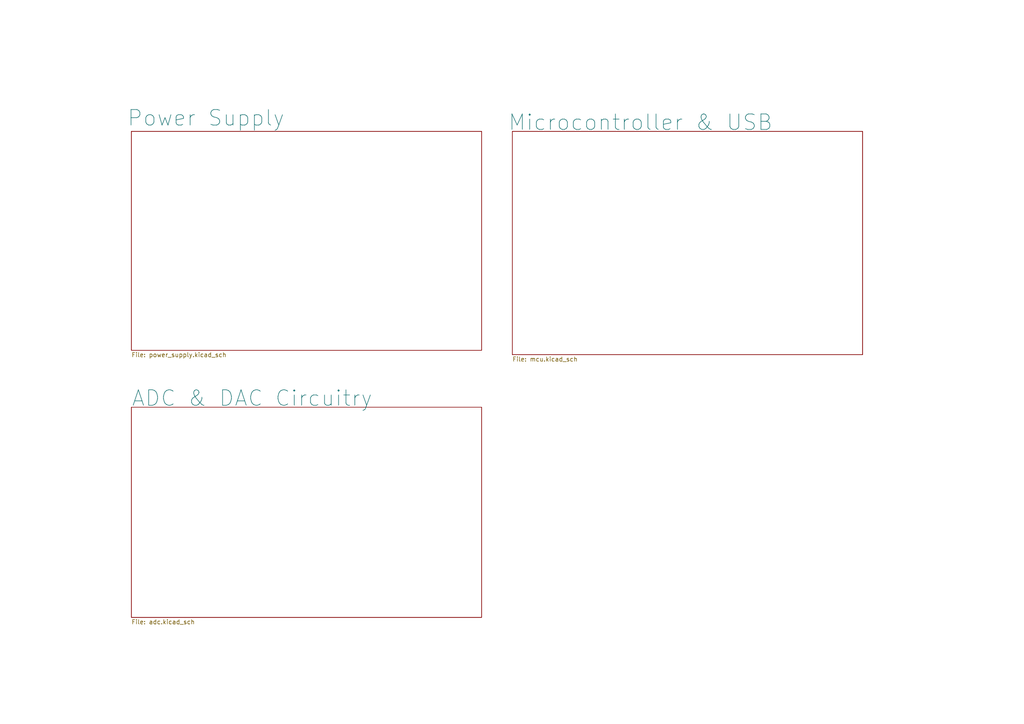
<source format=kicad_sch>
(kicad_sch (version 20211123) (generator eeschema)
  (paper "A4")
  (title_block (title "Analogue Signal Analyser and Generator") (date "2022-01-28") (rev "v1.0") (company "Jonathan Podiono"))
  (lib_symbols)
  (sheet (at 38.1 38.1) (size 101.6 63.5)
    (property "Sheet name" "Power Supply" (at 36.83 36.83 0) (effects (font (size 4.5 4.5)) (justify left bottom)))
    (property "Sheet file" "power_supply.kicad_sch" (at 38.1 102.1846 0) (effects (justify left top)))
  )
  (sheet (at 38.1 118.11) (size 101.6 60.96) (stroke (width 0.1524))
    (property "Sheet name" "ADC & DAC Circuitry" (at 38.1 118.11 0) (effects (font (size 4.5 4.5)) (justify left bottom)))
    (property "Sheet file" "adc.kicad_sch" (at 38.1 179.6546 0) (effects (justify left top)))
  )
  (sheet (at 148.59 38.1) (size 101.6 64.77) (stroke (width 0.1524))
    (property "Sheet name" "Microcontroller & USB" (at 147.32 38.1 0) (effects (font (size 4.5 4.5)) (justify left bottom)))
    (property "Sheet file" "mcu.kicad_sch" (at 148.59 103.4546 0) (effects (justify left top)))
  )
)
</source>
